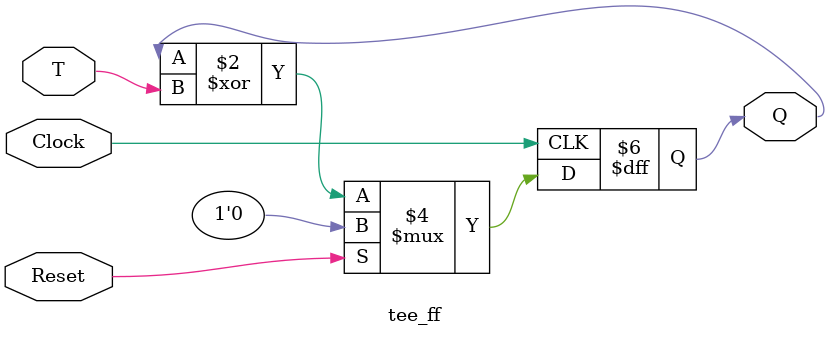
<source format=sv>
`timescale 1ns / 1ns // `timescale time_unit/time_precision


module part1 (
	input logic Clock,
	input logic Enable,
	input logic Reset,
	output logic [7:0] CounterValue
	);
	wire T0 = Enable;
	wire T1 = T0 & CounterValue[0];
	wire T2 = T1 & CounterValue[1];
 	wire T3 = T2 & CounterValue[2];
	wire T4 = T3 & CounterValue[3];
	wire T5 = T4 & CounterValue[4];
	wire T6 = T5 & CounterValue[5];
	wire T7 = T6 & CounterValue[6]; 

	tee_ff u0(Clock, Enable, Reset, CounterValue[0]);
	tee_ff u1(Clock, T1, Reset, CounterValue[1]);
 	tee_ff u2(Clock, T2, Reset, CounterValue[2]);
	tee_ff u3(Clock, T3, Reset, CounterValue[3]);
	tee_ff u4(Clock, T4, Reset, CounterValue[4]);
	tee_ff u5(Clock, T5, Reset, CounterValue[5]);
	tee_ff u6(Clock, T6, Reset, CounterValue[6]);
	tee_ff u7(Clock, T7, Reset, CounterValue[7]); 

endmodule 


module tee_ff(Clock, T, Reset, Q);
	input logic Clock, T, Reset;
	output logic Q;
	
	always_ff@(posedge Clock)
		begin 
			if (Reset)
				Q <= 1'b0;
			else
				Q <= Q ^ T;
		end
endmodule
</source>
